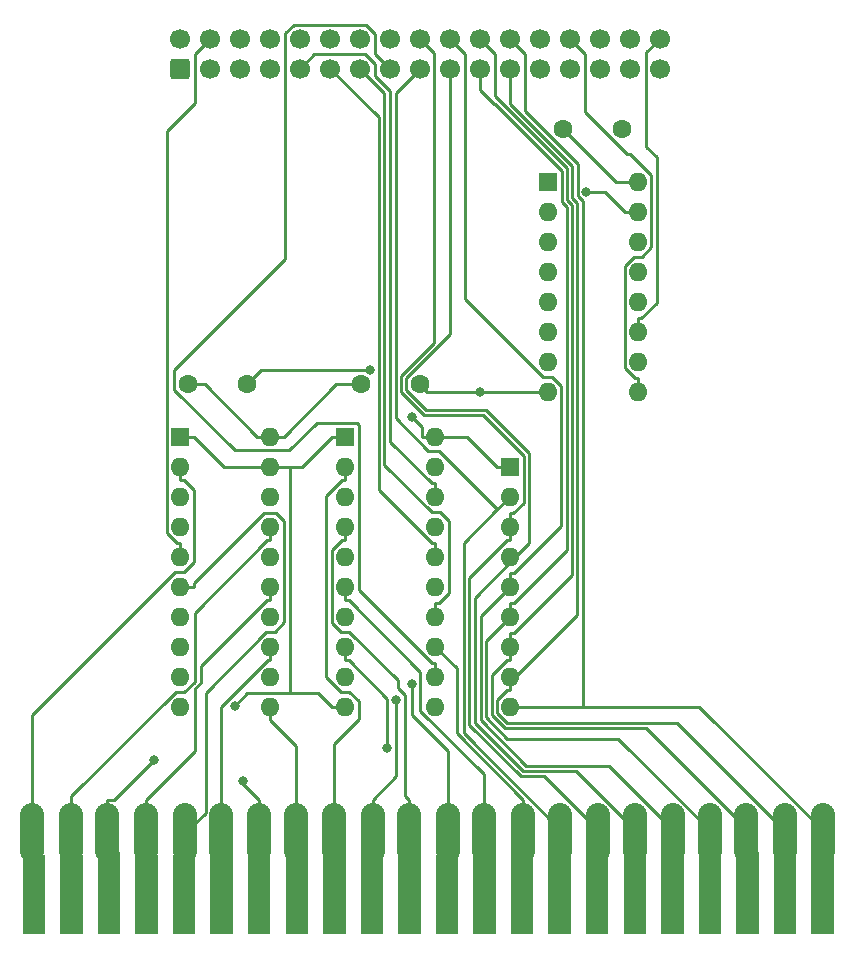
<source format=gbr>
%TF.GenerationSoftware,KiCad,Pcbnew,(6.0.6)*%
%TF.CreationDate,2022-07-31T20:56:31+02:00*%
%TF.ProjectId,SF-7326,53462d37-3332-4362-9e6b-696361645f70,rev?*%
%TF.SameCoordinates,Original*%
%TF.FileFunction,Copper,L2,Bot*%
%TF.FilePolarity,Positive*%
%FSLAX46Y46*%
G04 Gerber Fmt 4.6, Leading zero omitted, Abs format (unit mm)*
G04 Created by KiCad (PCBNEW (6.0.6)) date 2022-07-31 20:56:31*
%MOMM*%
%LPD*%
G01*
G04 APERTURE LIST*
G04 Aperture macros list*
%AMRoundRect*
0 Rectangle with rounded corners*
0 $1 Rounding radius*
0 $2 $3 $4 $5 $6 $7 $8 $9 X,Y pos of 4 corners*
0 Add a 4 corners polygon primitive as box body*
4,1,4,$2,$3,$4,$5,$6,$7,$8,$9,$2,$3,0*
0 Add four circle primitives for the rounded corners*
1,1,$1+$1,$2,$3*
1,1,$1+$1,$4,$5*
1,1,$1+$1,$6,$7*
1,1,$1+$1,$8,$9*
0 Add four rect primitives between the rounded corners*
20,1,$1+$1,$2,$3,$4,$5,0*
20,1,$1+$1,$4,$5,$6,$7,0*
20,1,$1+$1,$6,$7,$8,$9,0*
20,1,$1+$1,$8,$9,$2,$3,0*%
G04 Aperture macros list end*
%TA.AperFunction,ComponentPad*%
%ADD10C,1.600000*%
%TD*%
%TA.AperFunction,ComponentPad*%
%ADD11R,1.600000X1.600000*%
%TD*%
%TA.AperFunction,ComponentPad*%
%ADD12O,1.600000X1.600000*%
%TD*%
%TA.AperFunction,ComponentPad*%
%ADD13RoundRect,0.250000X0.600000X-0.600000X0.600000X0.600000X-0.600000X0.600000X-0.600000X-0.600000X0*%
%TD*%
%TA.AperFunction,ComponentPad*%
%ADD14C,1.700000*%
%TD*%
%TA.AperFunction,SMDPad,CuDef*%
%ADD15O,2.032000X5.080000*%
%TD*%
%TA.AperFunction,ViaPad*%
%ADD16C,0.800000*%
%TD*%
%TA.AperFunction,Conductor*%
%ADD17C,0.250000*%
%TD*%
G04 APERTURE END LIST*
%TO.C,CON1*%
G36*
X139152520Y-122132920D02*
G01*
X137252490Y-122132920D01*
X137252490Y-115434950D01*
X139152520Y-115434950D01*
X139152520Y-122132920D01*
G37*
G36*
X110532510Y-122132920D02*
G01*
X108632490Y-122132920D01*
X108632490Y-115434950D01*
X110532510Y-115434950D01*
X110532510Y-122132920D01*
G37*
G36*
X85092530Y-122132920D02*
G01*
X83192510Y-122132920D01*
X83192510Y-115434950D01*
X85092530Y-115434950D01*
X85092530Y-122132920D01*
G37*
G36*
X97812520Y-122132920D02*
G01*
X95912500Y-122132920D01*
X95912500Y-115180950D01*
X97812520Y-115180950D01*
X97812520Y-122132920D01*
G37*
G36*
X94632510Y-122132920D02*
G01*
X92732490Y-122132920D01*
X92732490Y-115434950D01*
X94632510Y-115434950D01*
X94632510Y-122132920D01*
G37*
G36*
X142332520Y-122132920D02*
G01*
X140432500Y-122132920D01*
X140432500Y-115180950D01*
X142332520Y-115180950D01*
X142332520Y-122132920D01*
G37*
G36*
X120072520Y-122132920D02*
G01*
X118172500Y-122132920D01*
X118172500Y-115180950D01*
X120072520Y-115180950D01*
X120072520Y-122132920D01*
G37*
G36*
X132792510Y-122132920D02*
G01*
X130892490Y-122132920D01*
X130892490Y-115180950D01*
X132792510Y-115180950D01*
X132792510Y-122132920D01*
G37*
G36*
X91452510Y-122132920D02*
G01*
X89552490Y-122132920D01*
X89552490Y-115180950D01*
X91452510Y-115180950D01*
X91452510Y-122132920D01*
G37*
G36*
X135972510Y-122132920D02*
G01*
X134072490Y-122132920D01*
X134072490Y-115180950D01*
X135972510Y-115180950D01*
X135972510Y-122132920D01*
G37*
G36*
X78732520Y-122132920D02*
G01*
X76832500Y-122132920D01*
X76832500Y-115434950D01*
X78732520Y-115434950D01*
X78732520Y-122132920D01*
G37*
G36*
X107352530Y-122132920D02*
G01*
X105452510Y-122132920D01*
X105452510Y-115180950D01*
X107352530Y-115180950D01*
X107352530Y-122132920D01*
G37*
G36*
X123252520Y-122132920D02*
G01*
X121352500Y-122132920D01*
X121352500Y-115180950D01*
X123252520Y-115180950D01*
X123252520Y-122132920D01*
G37*
G36*
X129612500Y-122132920D02*
G01*
X127712480Y-122132920D01*
X127712480Y-115180950D01*
X129612500Y-115180950D01*
X129612500Y-122132920D01*
G37*
G36*
X75552520Y-122132920D02*
G01*
X73652490Y-122132920D01*
X73652490Y-115434950D01*
X75552520Y-115434950D01*
X75552520Y-122132920D01*
G37*
G36*
X88272510Y-122132920D02*
G01*
X86372480Y-122132920D01*
X86372480Y-115434950D01*
X88272510Y-115434950D01*
X88272510Y-122132920D01*
G37*
G36*
X81912520Y-122132920D02*
G01*
X80012500Y-122132920D01*
X80012500Y-115180950D01*
X81912520Y-115180950D01*
X81912520Y-122132920D01*
G37*
G36*
X113712510Y-122132920D02*
G01*
X111812490Y-122132920D01*
X111812490Y-115180950D01*
X113712510Y-115180950D01*
X113712510Y-122132920D01*
G37*
G36*
X126432530Y-122132920D02*
G01*
X124532500Y-122132920D01*
X124532500Y-115180950D01*
X126432530Y-115180950D01*
X126432530Y-122132920D01*
G37*
G36*
X100992520Y-122132920D02*
G01*
X99092500Y-122132920D01*
X99092500Y-115180950D01*
X100992520Y-115180950D01*
X100992520Y-122132920D01*
G37*
G36*
X104172520Y-122132920D02*
G01*
X102272500Y-122132920D01*
X102272500Y-115180950D01*
X104172520Y-115180950D01*
X104172520Y-122132920D01*
G37*
G36*
X116892510Y-122132920D02*
G01*
X114992490Y-122132920D01*
X114992490Y-115180950D01*
X116892510Y-115180950D01*
X116892510Y-122132920D01*
G37*
%TD*%
D10*
%TO.P,C1,1*%
%TO.N,+5V*%
X87630000Y-75565000D03*
%TO.P,C1,2*%
%TO.N,GND*%
X92630000Y-75565000D03*
%TD*%
D11*
%TO.P,U28,1,OEa*%
%TO.N,GND*%
X100975000Y-80015000D03*
D12*
%TO.P,U28,2,I0a*%
%TO.N,A8*%
X100975000Y-82555000D03*
%TO.P,U28,3,O3b*%
%TO.N,A9b*%
X100975000Y-85095000D03*
%TO.P,U28,4,I1a*%
%TO.N,A10*%
X100975000Y-87635000D03*
%TO.P,U28,5,O2b*%
%TO.N,A11b*%
X100975000Y-90175000D03*
%TO.P,U28,6,I2a*%
%TO.N,A12*%
X100975000Y-92715000D03*
%TO.P,U28,7,O1b*%
%TO.N,A13b*%
X100975000Y-95255000D03*
%TO.P,U28,8,I3a*%
%TO.N,A14*%
X100975000Y-97795000D03*
%TO.P,U28,9,O0b*%
%TO.N,A15b*%
X100975000Y-100335000D03*
%TO.P,U28,10,GND*%
%TO.N,GND*%
X100975000Y-102875000D03*
%TO.P,U28,11,I0b*%
%TO.N,A15*%
X108595000Y-102875000D03*
%TO.P,U28,12,O3a*%
%TO.N,A14b*%
X108595000Y-100335000D03*
%TO.P,U28,13,I1b*%
%TO.N,A13*%
X108595000Y-97795000D03*
%TO.P,U28,14,O2a*%
%TO.N,A12b*%
X108595000Y-95255000D03*
%TO.P,U28,15,I2b*%
%TO.N,A11*%
X108595000Y-92715000D03*
%TO.P,U28,16,O1a*%
%TO.N,A10b*%
X108595000Y-90175000D03*
%TO.P,U28,17,I3b*%
%TO.N,A9*%
X108595000Y-87635000D03*
%TO.P,U28,18,O0a*%
%TO.N,A8b*%
X108595000Y-85095000D03*
%TO.P,U28,19,OEb*%
%TO.N,GND*%
X108595000Y-82555000D03*
%TO.P,U28,20,VCC*%
%TO.N,+5V*%
X108595000Y-80015000D03*
%TD*%
D10*
%TO.P,C2,1*%
%TO.N,+5V*%
X102275000Y-75565000D03*
%TO.P,C2,2*%
%TO.N,GND*%
X107275000Y-75565000D03*
%TD*%
D13*
%TO.P,J2,1,Pin_1*%
%TO.N,A0b*%
X86985000Y-48843900D03*
D14*
%TO.P,J2,2,Pin_2*%
%TO.N,A1b*%
X86985000Y-46303900D03*
%TO.P,J2,3,Pin_3*%
%TO.N,A2b*%
X89525000Y-48843900D03*
%TO.P,J2,4,Pin_4*%
%TO.N,A3b*%
X89525000Y-46303900D03*
%TO.P,J2,5,Pin_5*%
%TO.N,A4b*%
X92065000Y-48843900D03*
%TO.P,J2,6,Pin_6*%
%TO.N,A5b*%
X92065000Y-46303900D03*
%TO.P,J2,7,Pin_7*%
%TO.N,A6b*%
X94605000Y-48843900D03*
%TO.P,J2,8,Pin_8*%
%TO.N,A7b*%
X94605000Y-46303900D03*
%TO.P,J2,9,Pin_9*%
%TO.N,A8b*%
X97145000Y-48843900D03*
%TO.P,J2,10,Pin_10*%
%TO.N,A9b*%
X97145000Y-46303900D03*
%TO.P,J2,11,Pin_11*%
%TO.N,A10b*%
X99685000Y-48843900D03*
%TO.P,J2,12,Pin_12*%
%TO.N,A11b*%
X99685000Y-46303900D03*
%TO.P,J2,13,Pin_13*%
%TO.N,A12b*%
X102225000Y-48843900D03*
%TO.P,J2,14,Pin_14*%
%TO.N,A13b*%
X102225000Y-46303900D03*
%TO.P,J2,15,Pin_15*%
%TO.N,A14b*%
X104765000Y-48843900D03*
%TO.P,J2,16,Pin_16*%
%TO.N,A15b*%
X104765000Y-46303900D03*
%TO.P,J2,17,Pin_17*%
%TO.N,D0*%
X107305000Y-48843900D03*
%TO.P,J2,18,Pin_18*%
%TO.N,D1*%
X107305000Y-46303900D03*
%TO.P,J2,19,Pin_19*%
%TO.N,D2*%
X109845000Y-48843900D03*
%TO.P,J2,20,Pin_20*%
%TO.N,D3*%
X109845000Y-46303900D03*
%TO.P,J2,21,Pin_21*%
%TO.N,D4*%
X112385000Y-48843900D03*
%TO.P,J2,22,Pin_22*%
%TO.N,D5*%
X112385000Y-46303900D03*
%TO.P,J2,23,Pin_23*%
%TO.N,D6*%
X114925000Y-48843900D03*
%TO.P,J2,24,Pin_24*%
%TO.N,D7*%
X114925000Y-46303900D03*
%TO.P,J2,25,Pin_25*%
%TO.N,unconnected-(J2-Pad25)*%
X117465000Y-48843900D03*
%TO.P,J2,26,Pin_26*%
%TO.N,IORb*%
X117465000Y-46303900D03*
%TO.P,J2,27,Pin_27*%
%TO.N,unconnected-(J2-Pad27)*%
X120005000Y-48843900D03*
%TO.P,J2,28,Pin_28*%
%TO.N,IOWb*%
X120005000Y-46303900D03*
%TO.P,J2,29,Pin_29*%
%TO.N,unconnected-(J2-Pad29)*%
X122545000Y-48843900D03*
%TO.P,J2,30,Pin_30*%
%TO.N,MEMRb*%
X122545000Y-46303900D03*
%TO.P,J2,31,Pin_31*%
%TO.N,unconnected-(J2-Pad31)*%
X125085000Y-48843900D03*
%TO.P,J2,32,Pin_32*%
%TO.N,MEMWb*%
X125085000Y-46303900D03*
%TO.P,J2,33,Pin_33*%
%TO.N,unconnected-(J2-Pad33)*%
X127625000Y-48843900D03*
%TO.P,J2,34,Pin_34*%
%TO.N,WREQb*%
X127625000Y-46303900D03*
%TD*%
D10*
%TO.P,C3,1*%
%TO.N,+5V*%
X119420000Y-53975000D03*
%TO.P,C3,2*%
%TO.N,GND*%
X124420000Y-53975000D03*
%TD*%
D11*
%TO.P,U30,1,OEa*%
%TO.N,GND*%
X118120000Y-58410000D03*
D12*
%TO.P,U30,2,I1*%
%TO.N,~{MEMR}*%
X118120000Y-60950000D03*
%TO.P,U30,3,O1a*%
%TO.N,MEMRb*%
X118120000Y-63490000D03*
%TO.P,U30,4,I2*%
%TO.N,~{MEMW}*%
X118120000Y-66030000D03*
%TO.P,U30,5,O2a*%
%TO.N,MEMWb*%
X118120000Y-68570000D03*
%TO.P,U30,6,I3*%
%TO.N,~{IOR}*%
X118120000Y-71110000D03*
%TO.P,U30,7,O3a*%
%TO.N,IORb*%
X118120000Y-73650000D03*
%TO.P,U30,8,GND*%
%TO.N,GND*%
X118120000Y-76190000D03*
%TO.P,U30,9,O4a*%
%TO.N,IOWb*%
X125740000Y-76190000D03*
%TO.P,U30,10,I4*%
%TO.N,~{IOW}*%
X125740000Y-73650000D03*
%TO.P,U30,11,O5b*%
%TO.N,WREQb*%
X125740000Y-71110000D03*
%TO.P,U30,12,I5*%
%TO.N,~{WREQ}*%
X125740000Y-68570000D03*
%TO.P,U30,13,O6b*%
%TO.N,unconnected-(U30-Pad13)*%
X125740000Y-66030000D03*
%TO.P,U30,14,I6*%
%TO.N,unconnected-(U30-Pad14)*%
X125740000Y-63490000D03*
%TO.P,U30,15,OEb*%
%TO.N,GND*%
X125740000Y-60950000D03*
%TO.P,U30,16,VCC*%
%TO.N,+5V*%
X125740000Y-58410000D03*
%TD*%
D11*
%TO.P,RN1,1,common*%
%TO.N,+5V*%
X114935000Y-82550000D03*
D12*
%TO.P,RN1,2,R1*%
%TO.N,D0*%
X114935000Y-85090000D03*
%TO.P,RN1,3,R2*%
%TO.N,D1*%
X114935000Y-87630000D03*
%TO.P,RN1,4,R3*%
%TO.N,D2*%
X114935000Y-90170000D03*
%TO.P,RN1,5,R4*%
%TO.N,D3*%
X114935000Y-92710000D03*
%TO.P,RN1,6,R5*%
%TO.N,D4*%
X114935000Y-95250000D03*
%TO.P,RN1,7,R6*%
%TO.N,D5*%
X114935000Y-97790000D03*
%TO.P,RN1,8,R7*%
%TO.N,D6*%
X114935000Y-100330000D03*
%TO.P,RN1,9,R8*%
%TO.N,D7*%
X114935000Y-102870000D03*
%TD*%
D15*
%TO.P,CON1,A1,A0*%
%TO.N,A0*%
X74475500Y-113599800D03*
%TO.P,CON1,A2,A1*%
%TO.N,A1*%
X77777500Y-113599800D03*
%TO.P,CON1,A3,A2*%
%TO.N,A2*%
X80825500Y-113599800D03*
%TO.P,CON1,A4,A3*%
%TO.N,A3*%
X84127500Y-113599800D03*
%TO.P,CON1,A5,A4*%
%TO.N,A4*%
X87429500Y-113599800D03*
%TO.P,CON1,A6,A5*%
%TO.N,A5*%
X90477500Y-113599800D03*
%TO.P,CON1,A7,A6*%
%TO.N,A6*%
X93636531Y-113599800D03*
%TO.P,CON1,A8,A7*%
%TO.N,A7*%
X96827500Y-113599800D03*
%TO.P,CON1,A9,A8*%
%TO.N,A8*%
X99986531Y-113599800D03*
%TO.P,CON1,A10,A9*%
%TO.N,A9*%
X103288531Y-113599800D03*
%TO.P,CON1,A11,A10*%
%TO.N,A10*%
X106336530Y-113599800D03*
%TO.P,CON1,A12,A11*%
%TO.N,A11*%
X109638531Y-113599800D03*
%TO.P,CON1,A13,A12*%
%TO.N,A12*%
X112686531Y-113599800D03*
%TO.P,CON1,A14,A13*%
%TO.N,A13*%
X115988531Y-113599800D03*
%TO.P,CON1,A15,D0*%
%TO.N,D0*%
X119179500Y-113599800D03*
%TO.P,CON1,A16,D1*%
%TO.N,D1*%
X122338531Y-113599800D03*
%TO.P,CON1,A17,D2*%
%TO.N,D2*%
X125529500Y-113599800D03*
%TO.P,CON1,A18,D3*%
%TO.N,D3*%
X128688531Y-113599800D03*
%TO.P,CON1,A19,D4*%
%TO.N,D4*%
X131879500Y-113599800D03*
%TO.P,CON1,A20,D5*%
%TO.N,D5*%
X134927500Y-113599800D03*
%TO.P,CON1,A21,D6*%
%TO.N,D6*%
X138229500Y-113599800D03*
%TO.P,CON1,A22,D7*%
%TO.N,D7*%
X141388523Y-113599800D03*
%TD*%
D11*
%TO.P,U27,1,OEa*%
%TO.N,GND*%
X87005000Y-80015000D03*
D12*
%TO.P,U27,2,I0a*%
%TO.N,A0*%
X87005000Y-82555000D03*
%TO.P,U27,3,O3b*%
%TO.N,A1b*%
X87005000Y-85095000D03*
%TO.P,U27,4,I1a*%
%TO.N,A2*%
X87005000Y-87635000D03*
%TO.P,U27,5,O2b*%
%TO.N,A3b*%
X87005000Y-90175000D03*
%TO.P,U27,6,I2a*%
%TO.N,A4*%
X87005000Y-92715000D03*
%TO.P,U27,7,O1b*%
%TO.N,A5b*%
X87005000Y-95255000D03*
%TO.P,U27,8,I3a*%
%TO.N,A6*%
X87005000Y-97795000D03*
%TO.P,U27,9,O0b*%
%TO.N,A7b*%
X87005000Y-100335000D03*
%TO.P,U27,10,GND*%
%TO.N,GND*%
X87005000Y-102875000D03*
%TO.P,U27,11,I0b*%
%TO.N,A7*%
X94625000Y-102875000D03*
%TO.P,U27,12,O3a*%
%TO.N,A6b*%
X94625000Y-100335000D03*
%TO.P,U27,13,I1b*%
%TO.N,A5*%
X94625000Y-97795000D03*
%TO.P,U27,14,O2a*%
%TO.N,A4b*%
X94625000Y-95255000D03*
%TO.P,U27,15,I2b*%
%TO.N,A3*%
X94625000Y-92715000D03*
%TO.P,U27,16,O1a*%
%TO.N,A2b*%
X94625000Y-90175000D03*
%TO.P,U27,17,I3b*%
%TO.N,A1*%
X94625000Y-87635000D03*
%TO.P,U27,18,O0a*%
%TO.N,A0b*%
X94625000Y-85095000D03*
%TO.P,U27,19,OEb*%
%TO.N,GND*%
X94625000Y-82555000D03*
%TO.P,U27,20,VCC*%
%TO.N,+5V*%
X94625000Y-80015000D03*
%TD*%
D16*
%TO.N,A2*%
X84743800Y-107347900D03*
%TO.N,A6*%
X92338300Y-109144500D03*
%TO.N,A9*%
X105259500Y-102295900D03*
%TO.N,A11*%
X106597700Y-100982200D03*
%TO.N,A14*%
X104529100Y-106358800D03*
%TO.N,+5V*%
X106626700Y-78305500D03*
%TO.N,GND*%
X112398600Y-76190000D03*
X91613000Y-102796200D03*
X121373900Y-59307700D03*
X103085100Y-74341700D03*
%TD*%
D17*
%TO.N,A0*%
X87005000Y-82555000D02*
X87005000Y-83680300D01*
X87005000Y-83680300D02*
X87286300Y-83680300D01*
X88148100Y-90636200D02*
X87277500Y-91506800D01*
X88148100Y-84542100D02*
X88148100Y-90636200D01*
X74475500Y-103598600D02*
X74475500Y-113599800D01*
X87286300Y-83680300D02*
X88148100Y-84542100D01*
X86567300Y-91506800D02*
X74475500Y-103598600D01*
X87277500Y-91506800D02*
X86567300Y-91506800D01*
%TO.N,A1*%
X94625000Y-88760300D02*
X94343600Y-88760300D01*
X77777500Y-110439700D02*
X77777500Y-113599800D01*
X88203400Y-94900500D02*
X88203400Y-100749600D01*
X88203400Y-100749600D02*
X87348000Y-101605000D01*
X94343600Y-88760300D02*
X88203400Y-94900500D01*
X86612200Y-101605000D02*
X77777500Y-110439700D01*
X94625000Y-87635000D02*
X94625000Y-88760300D01*
X87348000Y-101605000D02*
X86612200Y-101605000D01*
%TO.N,A2*%
X80825500Y-113599800D02*
X80825500Y-110734500D01*
X81357200Y-110734500D02*
X84743800Y-107347900D01*
X80825500Y-110734500D02*
X81357200Y-110734500D01*
%TO.N,A3*%
X94625000Y-92715000D02*
X94625000Y-93840300D01*
X94343700Y-93840300D02*
X94625000Y-93840300D01*
X84127500Y-113599800D02*
X84127500Y-110734500D01*
X88733200Y-99450800D02*
X94343700Y-93840300D01*
X88733200Y-100856700D02*
X88733200Y-99450800D01*
X88283000Y-106579000D02*
X88283000Y-101306900D01*
X84127500Y-110734500D02*
X88283000Y-106579000D01*
X88283000Y-101306900D02*
X88733200Y-100856700D01*
%TO.N,A4*%
X87005000Y-92715000D02*
X88130300Y-92715000D01*
X95809100Y-95720400D02*
X95004500Y-96525000D01*
X94296300Y-96525000D02*
X89136100Y-101685200D01*
X95095500Y-86458600D02*
X95809100Y-87172200D01*
X95004500Y-96525000D02*
X94296300Y-96525000D01*
X89136100Y-101685200D02*
X89136100Y-111893200D01*
X88130300Y-92715000D02*
X88130300Y-92433700D01*
X94105400Y-86458600D02*
X95095500Y-86458600D01*
X89136100Y-111893200D02*
X87429500Y-113599800D01*
X88130300Y-92433700D02*
X94105400Y-86458600D01*
X95809100Y-87172200D02*
X95809100Y-95720400D01*
%TO.N,A5*%
X90477500Y-113599800D02*
X90477500Y-110734500D01*
X90477500Y-102863900D02*
X94421100Y-98920300D01*
X94625000Y-97795000D02*
X94625000Y-98920300D01*
X90477500Y-110734500D02*
X90477500Y-102863900D01*
X94421100Y-98920300D02*
X94625000Y-98920300D01*
%TO.N,A6*%
X92338300Y-109436300D02*
X92338300Y-109144500D01*
X93636500Y-110734500D02*
X92338300Y-109436300D01*
X93636500Y-113599800D02*
X93636500Y-110734500D01*
%TO.N,A7*%
X94625000Y-104000300D02*
X96827500Y-106202800D01*
X94625000Y-102875000D02*
X94625000Y-104000300D01*
X96827500Y-113599800D02*
X96827500Y-110734500D01*
X96827500Y-106202800D02*
X96827500Y-110734500D01*
%TO.N,A8*%
X99369000Y-100360500D02*
X100613500Y-101605000D01*
X100613500Y-101605000D02*
X101299500Y-101605000D01*
X101299500Y-101605000D02*
X102105800Y-102411300D01*
X100975000Y-82555000D02*
X100975000Y-83680300D01*
X100693700Y-83680300D02*
X99369000Y-85005000D01*
X99369000Y-85005000D02*
X99369000Y-100360500D01*
X102105800Y-102411300D02*
X102105800Y-103950200D01*
X99986500Y-106069500D02*
X99986500Y-113599800D01*
X102105800Y-103950200D02*
X99986500Y-106069500D01*
X100975000Y-83680300D02*
X100693700Y-83680300D01*
%TO.N,A9*%
X103288500Y-110734500D02*
X105259500Y-108763500D01*
X105259500Y-108763500D02*
X105259500Y-102295900D01*
X103288500Y-113599800D02*
X103288500Y-110734500D01*
%TO.N,A10*%
X100574500Y-96525000D02*
X101299600Y-96525000D01*
X100693600Y-88760300D02*
X99849700Y-89604200D01*
X106011000Y-110409000D02*
X106336500Y-110734500D01*
X99849700Y-89604200D02*
X99849700Y-95800200D01*
X101299600Y-96525000D02*
X105397300Y-100622700D01*
X105397300Y-101259600D02*
X106011000Y-101873300D01*
X100975000Y-87635000D02*
X100975000Y-88760300D01*
X100975000Y-88760300D02*
X100693600Y-88760300D01*
X105397300Y-100622700D02*
X105397300Y-101259600D01*
X99849700Y-95800200D02*
X100574500Y-96525000D01*
X106011000Y-101873300D02*
X106011000Y-110409000D01*
X106336500Y-113599800D02*
X106336500Y-110734500D01*
%TO.N,A11*%
X106597700Y-103574600D02*
X106597700Y-100982200D01*
X109638500Y-106615400D02*
X106597700Y-103574600D01*
X109638500Y-113599800D02*
X109638500Y-106615400D01*
%TO.N,A12*%
X100975000Y-92715000D02*
X100975000Y-93840300D01*
X112686500Y-113599800D02*
X112686500Y-108558100D01*
X101256300Y-93840300D02*
X100975000Y-93840300D01*
X107323000Y-99907000D02*
X101256300Y-93840300D01*
X112686500Y-108558100D02*
X107323000Y-103194600D01*
X107323000Y-103194600D02*
X107323000Y-99907000D01*
%TO.N,A13*%
X110392000Y-99592000D02*
X108595000Y-97795000D01*
X115988500Y-110734500D02*
X110392000Y-105138000D01*
X110392000Y-105138000D02*
X110392000Y-99592000D01*
X115988500Y-113599800D02*
X115988500Y-110734500D01*
%TO.N,D0*%
X108890100Y-81211100D02*
X108007000Y-81211100D01*
X111024700Y-89000300D02*
X111024700Y-105133700D01*
X108007000Y-81211100D02*
X105226700Y-78430800D01*
X113852000Y-86173000D02*
X111024700Y-89000300D01*
X119179500Y-113288500D02*
X119179500Y-113599800D01*
X105226700Y-50922200D02*
X107305000Y-48843900D01*
X113852000Y-86173000D02*
X114935000Y-85090000D01*
X105226700Y-78430800D02*
X105226700Y-50922200D01*
X113852000Y-86173000D02*
X108890100Y-81211100D01*
X111024700Y-105133700D02*
X119179500Y-113288500D01*
%TO.N,D1*%
X108509700Y-72052500D02*
X108509700Y-47508600D01*
X114653700Y-88755300D02*
X111475100Y-91933900D01*
X114935000Y-88755300D02*
X114653700Y-88755300D01*
X117751900Y-108750900D02*
X122338500Y-113337500D01*
X116092300Y-85582300D02*
X116092300Y-81633600D01*
X116092300Y-81633600D02*
X112668300Y-78209600D01*
X114935000Y-87630000D02*
X114935000Y-86504700D01*
X115169900Y-86504700D02*
X116092300Y-85582300D01*
X111475100Y-104406200D02*
X115819800Y-108750900D01*
X115819800Y-108750900D02*
X117751900Y-108750900D01*
X112668300Y-78209600D02*
X107645700Y-78209600D01*
X108509700Y-47508600D02*
X107305000Y-46303900D01*
X114935000Y-86504700D02*
X115169900Y-86504700D01*
X105684900Y-76248800D02*
X105684900Y-74877300D01*
X105684900Y-74877300D02*
X108509700Y-72052500D01*
X122338500Y-113337500D02*
X122338500Y-113599800D01*
X111475100Y-91933900D02*
X111475100Y-104406200D01*
X114935000Y-87630000D02*
X114935000Y-88755300D01*
X107645700Y-78209600D02*
X105684900Y-76248800D01*
%TO.N,D2*%
X114935000Y-90628200D02*
X116543400Y-89019800D01*
X106135200Y-75064000D02*
X109845000Y-71354200D01*
X125529500Y-113351400D02*
X120478600Y-108300500D01*
X111925500Y-104219700D02*
X111925500Y-93637700D01*
X109845000Y-71354200D02*
X109845000Y-48843900D01*
X112869800Y-77758700D02*
X107831700Y-77758700D01*
X116543400Y-89019800D02*
X116543400Y-81432300D01*
X120478600Y-108300500D02*
X116006300Y-108300500D01*
X106135200Y-76062200D02*
X106135200Y-75064000D01*
X116006300Y-108300500D02*
X111925500Y-104219700D01*
X114935000Y-90170000D02*
X114935000Y-90628200D01*
X107831700Y-77758700D02*
X106135200Y-76062200D01*
X116543400Y-81432300D02*
X112869800Y-77758700D01*
X125529500Y-113599800D02*
X125529500Y-113351400D01*
X111925500Y-93637700D02*
X114935000Y-90628200D01*
%TO.N,D3*%
X109845000Y-46303900D02*
X111115000Y-47573900D01*
X115216300Y-91584700D02*
X114935000Y-91584700D01*
X128688500Y-113599800D02*
X128688500Y-113270100D01*
X119250400Y-87550600D02*
X115216300Y-91584700D01*
X112445200Y-103999100D02*
X112445200Y-95199800D01*
X112445200Y-95199800D02*
X114935000Y-92710000D01*
X114935000Y-92710000D02*
X114935000Y-91584700D01*
X128688500Y-113270100D02*
X123268500Y-107850100D01*
X111115000Y-68312100D02*
X117722900Y-74920000D01*
X123268500Y-107850100D02*
X116296200Y-107850100D01*
X118451400Y-74920000D02*
X119250400Y-75719000D01*
X116296200Y-107850100D02*
X112445200Y-103999100D01*
X111115000Y-47573900D02*
X111115000Y-68312100D01*
X117722900Y-74920000D02*
X118451400Y-74920000D01*
X119250400Y-75719000D02*
X119250400Y-87550600D01*
%TO.N,D4*%
X119297700Y-57475100D02*
X119297700Y-60167900D01*
X113655000Y-51832400D02*
X119297700Y-57475100D01*
X114701400Y-105566500D02*
X112904000Y-103769100D01*
X124096100Y-105566500D02*
X114701400Y-105566500D01*
X119700700Y-89640300D02*
X115216300Y-94124700D01*
X112385000Y-50675000D02*
X113542400Y-51832400D01*
X119297700Y-60167900D02*
X119700700Y-60570900D01*
X119700700Y-60570900D02*
X119700700Y-89640300D01*
X131879500Y-113349900D02*
X124096100Y-105566500D01*
X112385000Y-48843900D02*
X112385000Y-50675000D01*
X112904000Y-103769100D02*
X112904000Y-97281000D01*
X131879500Y-113599800D02*
X131879500Y-113349900D01*
X114935000Y-95250000D02*
X114935000Y-94124700D01*
X113542400Y-51832400D02*
X113655000Y-51832400D01*
X115216300Y-94124700D02*
X114935000Y-94124700D01*
X112904000Y-97281000D02*
X114935000Y-95250000D01*
%TO.N,D5*%
X113655100Y-51195600D02*
X119748000Y-57288500D01*
X113655000Y-51195600D02*
X113655100Y-51195600D01*
X113356800Y-100212200D02*
X114653700Y-98915300D01*
X134927500Y-113137400D02*
X126456000Y-104665900D01*
X114935000Y-98352600D02*
X114935000Y-98915300D01*
X120151000Y-60384300D02*
X120151000Y-91730000D01*
X119748000Y-59981300D02*
X120151000Y-60384300D01*
X114653700Y-98915300D02*
X114935000Y-98915300D01*
X126456000Y-104665900D02*
X114465700Y-104665900D01*
X113356800Y-103557000D02*
X113356800Y-100212200D01*
X113655000Y-47573900D02*
X113655000Y-51195600D01*
X119748000Y-57288500D02*
X119748000Y-59981300D01*
X120151000Y-91730000D02*
X115216300Y-96664700D01*
X115216300Y-96664700D02*
X114935000Y-96664700D01*
X112385000Y-46303900D02*
X113655000Y-47573900D01*
X114465700Y-104665900D02*
X113356800Y-103557000D01*
X134927500Y-113599800D02*
X134927500Y-113137400D01*
X114935000Y-98352600D02*
X114935000Y-97790000D01*
X114935000Y-97790000D02*
X114935000Y-96664700D01*
%TO.N,D6*%
X114653600Y-101455300D02*
X114935000Y-101455300D01*
X138229500Y-113599800D02*
X138229500Y-113389500D01*
X114925000Y-48843900D02*
X114925000Y-51828600D01*
X120601300Y-60197700D02*
X120601300Y-95121900D01*
X114935000Y-100892600D02*
X114935000Y-100788200D01*
X138229500Y-113389500D02*
X129055600Y-104215600D01*
X114656800Y-104215600D02*
X113809700Y-103368500D01*
X113809700Y-102299200D02*
X114653600Y-101455300D01*
X113809700Y-103368500D02*
X113809700Y-102299200D01*
X114935000Y-100892600D02*
X114935000Y-101455300D01*
X114925000Y-51828600D02*
X120198300Y-57101900D01*
X120198300Y-57101900D02*
X120198300Y-59794700D01*
X129055600Y-104215600D02*
X114656800Y-104215600D01*
X120198300Y-59794700D02*
X120601300Y-60197700D01*
X114935000Y-100330000D02*
X114935000Y-100788200D01*
X120601300Y-95121900D02*
X114935000Y-100788200D01*
%TO.N,D7*%
X121056700Y-102870000D02*
X114935000Y-102870000D01*
X141388500Y-113327000D02*
X130931500Y-102870000D01*
X120648600Y-59608100D02*
X120648600Y-56915300D01*
X121056700Y-102870000D02*
X121056700Y-60016200D01*
X121056700Y-60016200D02*
X120648600Y-59608100D01*
X120648600Y-56915300D02*
X116195000Y-52461700D01*
X130931500Y-102870000D02*
X121056700Y-102870000D01*
X141388500Y-113599800D02*
X141388500Y-113327000D01*
X116195000Y-47573900D02*
X114925000Y-46303900D01*
X116195000Y-52461700D02*
X116195000Y-47573900D01*
%TO.N,A14*%
X100975000Y-97795000D02*
X100975000Y-98920300D01*
X101256300Y-98920300D02*
X104529100Y-102193100D01*
X104529100Y-102193100D02*
X104529100Y-106358800D01*
X100975000Y-98920300D02*
X101256300Y-98920300D01*
%TO.N,A8b*%
X108595000Y-85095000D02*
X108595000Y-83969700D01*
X98360300Y-47628600D02*
X102676100Y-47628600D01*
X108313700Y-83969700D02*
X108595000Y-83969700D01*
X97145000Y-48843900D02*
X98360300Y-47628600D01*
X104774200Y-50756200D02*
X104774200Y-80430200D01*
X103495000Y-48447500D02*
X103495000Y-49477000D01*
X103495000Y-49477000D02*
X104774200Y-50756200D01*
X102676100Y-47628600D02*
X103495000Y-48447500D01*
X104774200Y-80430200D02*
X108313700Y-83969700D01*
%TO.N,A10b*%
X103810400Y-52969300D02*
X103810400Y-84546400D01*
X103810400Y-84546400D02*
X108313700Y-89049700D01*
X108595000Y-90175000D02*
X108595000Y-89049700D01*
X108313700Y-89049700D02*
X108595000Y-89049700D01*
X99685000Y-48843900D02*
X103810400Y-52969300D01*
%TO.N,A12b*%
X109720300Y-93285800D02*
X108876400Y-94129700D01*
X109720300Y-87138500D02*
X109720300Y-93285800D01*
X104269300Y-50888200D02*
X104269300Y-82364100D01*
X108876400Y-94129700D02*
X108595000Y-94129700D01*
X108595000Y-95255000D02*
X108595000Y-94129700D01*
X108946800Y-86365000D02*
X109720300Y-87138500D01*
X102225000Y-48843900D02*
X104269300Y-50888200D01*
X104269300Y-82364100D02*
X108270200Y-86365000D01*
X108270200Y-86365000D02*
X108946800Y-86365000D01*
%TO.N,A3b*%
X85876500Y-88202500D02*
X85876500Y-54151500D01*
X88255500Y-51772500D02*
X88255500Y-47573400D01*
X88255500Y-47573400D02*
X89525000Y-46303900D01*
X85876500Y-54151500D02*
X88255500Y-51772500D01*
X87005000Y-89049700D02*
X86723700Y-89049700D01*
X86723700Y-89049700D02*
X85876500Y-88202500D01*
X87005000Y-90175000D02*
X87005000Y-89049700D01*
%TO.N,A14b*%
X91598900Y-81173400D02*
X96238000Y-81173400D01*
X108595000Y-100335000D02*
X108595000Y-99209700D01*
X102100400Y-79024500D02*
X102100400Y-92996400D01*
X86488200Y-76062700D02*
X91598900Y-81173400D01*
X86488200Y-74358300D02*
X86488200Y-76062700D01*
X103495000Y-45892600D02*
X102714300Y-45111900D01*
X102100400Y-92996400D02*
X108313700Y-99209700D01*
X108313700Y-99209700D02*
X108595000Y-99209700D01*
X102714300Y-45111900D02*
X96605400Y-45111900D01*
X101945700Y-78869800D02*
X102100400Y-79024500D01*
X103495000Y-47573900D02*
X103495000Y-45892600D01*
X98541600Y-78869800D02*
X101945700Y-78869800D01*
X95875000Y-64971500D02*
X86488200Y-74358300D01*
X104765000Y-48843900D02*
X103495000Y-47573900D01*
X96605400Y-45111900D02*
X95875000Y-45842300D01*
X95875000Y-45842300D02*
X95875000Y-64971500D01*
X96238000Y-81173400D02*
X98541600Y-78869800D01*
%TO.N,IOWb*%
X124613500Y-65541500D02*
X125395000Y-64760000D01*
X125395000Y-64760000D02*
X126073900Y-64760000D01*
X125458700Y-75064700D02*
X124613500Y-74219500D01*
X125740000Y-75064700D02*
X125458700Y-75064700D01*
X125740000Y-76190000D02*
X125740000Y-75064700D01*
X126868800Y-63965100D02*
X126868800Y-57875200D01*
X121275000Y-47573900D02*
X120005000Y-46303900D01*
X126868800Y-57875200D02*
X125045800Y-56052200D01*
X124826800Y-56052200D02*
X121275000Y-52500400D01*
X125045800Y-56052200D02*
X124826800Y-56052200D01*
X121275000Y-52500400D02*
X121275000Y-47573900D01*
X124613500Y-74219500D02*
X124613500Y-65541500D01*
X126073900Y-64760000D02*
X126868800Y-63965100D01*
%TO.N,WREQb*%
X126449600Y-55468300D02*
X126449600Y-47479300D01*
X127319100Y-68686900D02*
X127319100Y-56337800D01*
X127319100Y-56337800D02*
X126449600Y-55468300D01*
X126021300Y-69984700D02*
X127319100Y-68686900D01*
X125740000Y-71110000D02*
X125740000Y-69984700D01*
X125740000Y-69984700D02*
X126021300Y-69984700D01*
X126449600Y-47479300D02*
X127625000Y-46303900D01*
%TO.N,+5V*%
X94625000Y-80015000D02*
X95750300Y-80015000D01*
X100200300Y-75565000D02*
X102275000Y-75565000D01*
X95750300Y-80015000D02*
X100200300Y-75565000D01*
X111274700Y-80015000D02*
X113809700Y-82550000D01*
X87630000Y-75565000D02*
X89049700Y-75565000D01*
X114935000Y-82550000D02*
X113809700Y-82550000D01*
X107469700Y-79148500D02*
X107469700Y-80015000D01*
X123855000Y-58410000D02*
X124614700Y-58410000D01*
X106626700Y-78305500D02*
X107469700Y-79148500D01*
X119420000Y-53975000D02*
X123855000Y-58410000D01*
X94625000Y-80015000D02*
X93499700Y-80015000D01*
X89049700Y-75565000D02*
X93499700Y-80015000D01*
X125740000Y-58410000D02*
X124614700Y-58410000D01*
X108595000Y-80015000D02*
X111274700Y-80015000D01*
X108595000Y-80015000D02*
X107469700Y-80015000D01*
%TO.N,GND*%
X100975000Y-102875000D02*
X99849700Y-102875000D01*
X100975000Y-80015000D02*
X99849700Y-80015000D01*
X99849700Y-80015000D02*
X97309700Y-82555000D01*
X103085100Y-74341700D02*
X93853300Y-74341700D01*
X96259500Y-101723100D02*
X92686100Y-101723100D01*
X97309700Y-82555000D02*
X96259500Y-82555000D01*
X90670300Y-82555000D02*
X88130300Y-80015000D01*
X118120000Y-76190000D02*
X112398600Y-76190000D01*
X87005000Y-80015000D02*
X88130300Y-80015000D01*
X122972400Y-59307700D02*
X121373900Y-59307700D01*
X94625000Y-82555000D02*
X90670300Y-82555000D01*
X96259500Y-82555000D02*
X94625000Y-82555000D01*
X98697800Y-101723100D02*
X96259500Y-101723100D01*
X112398600Y-76190000D02*
X107900000Y-76190000D01*
X99849700Y-102875000D02*
X98697800Y-101723100D01*
X93853300Y-74341700D02*
X92630000Y-75565000D01*
X96259500Y-101723100D02*
X96259500Y-82555000D01*
X92686100Y-101723100D02*
X91613000Y-102796200D01*
X125740000Y-60950000D02*
X124614700Y-60950000D01*
X124614700Y-60950000D02*
X122972400Y-59307700D01*
X107900000Y-76190000D02*
X107275000Y-75565000D01*
%TD*%
M02*

</source>
